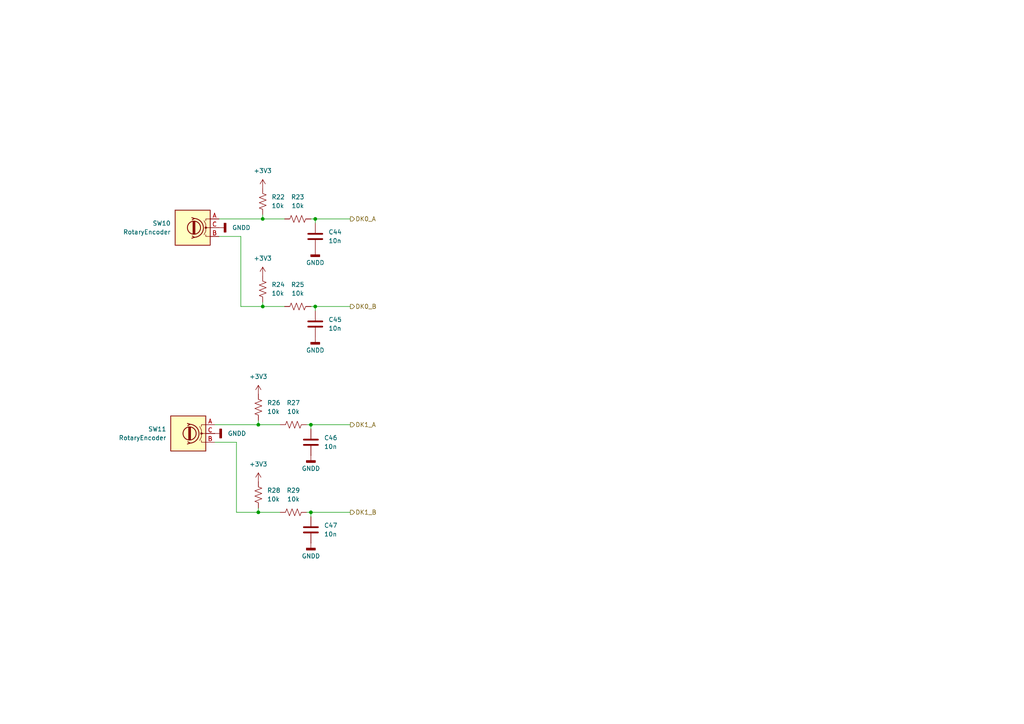
<source format=kicad_sch>
(kicad_sch (version 20231120) (generator "eeschema") (generator_version "8.0")
  (paper "A4")
  (lib_symbols
    (symbol "Device:C" (pin_numbers hide) (pin_names (offset 0.254))
      (property "Reference" "C" (at 0.635 2.54 0))
      (property "Value" "C" (at 0.635 -2.54 0))
      (symbol "C_0_1"
        (polyline (pts (xy -2.032 -0.762) (xy 2.032 -0.762)) (stroke (width 0.508)))
        (polyline (pts (xy -2.032 0.762) (xy 2.032 0.762)) (stroke (width 0.508)))
      )
      (symbol "C_1_1"
        (pin passive line (at 0 3.81 270) (length 2.794) (name "~") (number "1"))
        (pin passive line (at 0 -3.81 90) (length 2.794) (name "~") (number "2"))
      )
    )
    (symbol "Device:R_US" (pin_numbers hide) (pin_names (offset 0))
      (property "Reference" "R" (at 2.54 0 90))
      (property "Value" "R_US" (at -2.54 0 90))
      (symbol "R_US_0_1"
        (polyline (pts (xy 0 -2.286) (xy 0 -2.54)))
        (polyline (pts (xy 0 2.286) (xy 0 2.54)))
        (polyline (pts (xy 0 -0.762) (xy 1.016 -1.143) (xy 0 -1.524) (xy -1.016 -1.905) (xy 0 -2.286)))
        (polyline (pts (xy 0 0.762) (xy 1.016 0.381) (xy 0 0) (xy -1.016 -0.381) (xy 0 -0.762)))
        (polyline (pts (xy 0 2.286) (xy 1.016 1.905) (xy 0 1.524) (xy -1.016 1.143) (xy 0 0.762)))
      )
      (symbol "R_US_1_1"
        (pin passive line (at 0 3.81 270) (length 1.27) (name "~") (number "1"))
        (pin passive line (at 0 -3.81 90) (length 1.27) (name "~") (number "2"))
      )
    )
    (symbol "Device:RotaryEncoder" (pin_names (offset 0.254) hide)
      (property "Reference" "SW" (at 0 6.604 0))
      (property "Value" "RotaryEncoder" (at 0 -6.604 0))
      (symbol "RotaryEncoder_0_1"
        (rectangle (start -5.08 5.08) (end 5.08 -5.08) (stroke (width 0.254)) (fill (type background)))
        (circle (center -3.81 0) (radius 0.254) (fill (type outline)))
        (circle (center -0.381 0) (radius 1.905) (stroke (width 0.254)))
        (arc (start -0.381 2.667) (mid -3.0988 -0.0635) (end -0.381 -2.794) (stroke (width 0.254)))
        (polyline (pts (xy -0.635 -1.778) (xy -0.635 1.778)) (stroke (width 0.254)))
        (polyline (pts (xy -0.381 -1.778) (xy -0.381 1.778)) (stroke (width 0.254)))
        (polyline (pts (xy -0.127 1.778) (xy -0.127 -1.778)) (stroke (width 0.254)))
        (polyline (pts (xy -5.08 -2.54) (xy -3.81 -2.54) (xy -3.81 -2.032)))
        (polyline (pts (xy -5.08 2.54) (xy -3.81 2.54) (xy -3.81 2.032)))
        (polyline (pts (xy 0.254 -3.048) (xy -0.508 -2.794) (xy 0.127 -2.413)) (stroke (width 0.254)))
        (polyline (pts (xy 0.254 2.921) (xy -0.508 2.667) (xy 0.127 2.286)) (stroke (width 0.254)))
        (polyline (pts (xy -5.08 0) (xy -3.81 0) (xy -3.81 -1.016) (xy -3.302 -2.032)))
        (polyline (pts (xy -4.318 0) (xy -3.81 0) (xy -3.81 1.016) (xy -3.302 2.032)))
      )
      (symbol "RotaryEncoder_1_1"
        (pin passive line (at -7.62 2.54 0) (length 2.54) (name "A") (number "A"))
        (pin passive line (at -7.62 -2.54 0) (length 2.54) (name "B") (number "B"))
        (pin passive line (at -7.62 0 0) (length 2.54) (name "C") (number "C"))
      )
    )
    (symbol "power:+3V3" (power) (pin_names (offset 0))
      (property "Value" "+3V3" (at 0 3.556 0))
      (symbol "+3V3_0_1"
        (polyline (pts (xy -0.762 1.27) (xy 0 2.54)))
        (polyline (pts (xy 0 0) (xy 0 2.54)))
        (polyline (pts (xy 0 2.54) (xy 0.762 1.27)))
      )
      (symbol "+3V3_1_1"
        (pin power_in line (at 0 0 90) (length 0) hide (name "+3V3") (number "1"))
      )
    )
    (symbol "power:GNDD" (power) (pin_numbers hide) (pin_names (offset 0) hide)
      (property "Value" "GNDD" (at 0 -3.175 0))
      (symbol "GNDD_0_1"
        (rectangle (start -1.27 -1.524) (end 1.27 -2.032) (stroke (width 0.254)) (fill (type outline)))
        (polyline (pts (xy 0 0) (xy 0 -1.524)))
      )
      (symbol "GNDD_1_1"
        (pin power_in line (at 0 0 270) (length 0) (name "~") (number "1"))
      )
    )
  )
  (junction (at 91.44 63.5))
  (junction (at 91.44 88.9))
  (junction (at 90.17 148.59))
  (junction (at 74.93 123.19))
  (junction (at 74.93 148.59))
  (junction (at 76.2 63.5))
  (junction (at 76.2 88.9))
  (junction (at 90.17 123.19))
  (wire (pts (xy 62.23 128.27) (xy 68.58 128.27)))
  (wire (pts (xy 90.17 63.5) (xy 91.44 63.5)))
  (wire (pts (xy 91.44 63.5) (xy 101.6 63.5)))
  (wire (pts (xy 74.93 148.59) (xy 81.28 148.59)))
  (wire (pts (xy 74.93 123.19) (xy 81.28 123.19)))
  (wire (pts (xy 90.17 148.59) (xy 101.6 148.59)))
  (wire (pts (xy 76.2 87.63) (xy 76.2 88.9)))
  (wire (pts (xy 69.85 68.58) (xy 69.85 88.9)))
  (wire (pts (xy 90.17 123.19) (xy 101.6 123.19)))
  (wire (pts (xy 63.5 68.58) (xy 69.85 68.58)))
  (wire (pts (xy 76.2 62.23) (xy 76.2 63.5)))
  (wire (pts (xy 68.58 148.59) (xy 74.93 148.59)))
  (wire (pts (xy 76.2 88.9) (xy 82.55 88.9)))
  (wire (pts (xy 69.85 88.9) (xy 76.2 88.9)))
  (wire (pts (xy 91.44 88.9) (xy 91.44 90.17)))
  (wire (pts (xy 90.17 88.9) (xy 91.44 88.9)))
  (wire (pts (xy 90.17 148.59) (xy 90.17 149.86)))
  (wire (pts (xy 76.2 63.5) (xy 82.55 63.5)))
  (wire (pts (xy 91.44 63.5) (xy 91.44 64.77)))
  (wire (pts (xy 88.9 123.19) (xy 90.17 123.19)))
  (wire (pts (xy 68.58 128.27) (xy 68.58 148.59)))
  (wire (pts (xy 90.17 123.19) (xy 90.17 124.46)))
  (wire (pts (xy 63.5 63.5) (xy 76.2 63.5)))
  (wire (pts (xy 88.9 148.59) (xy 90.17 148.59)))
  (wire (pts (xy 74.93 121.92) (xy 74.93 123.19)))
  (wire (pts (xy 74.93 147.32) (xy 74.93 148.59)))
  (wire (pts (xy 91.44 88.9) (xy 101.6 88.9)))
  (wire (pts (xy 62.23 123.19) (xy 74.93 123.19)))
  (hierarchical_label "DK0_B" (shape output) (at 101.6 88.9 0))
  (hierarchical_label "DK0_A" (shape output) (at 101.6 63.5 0))
  (hierarchical_label "DK1_A" (shape output) (at 101.6 123.19 0))
  (hierarchical_label "DK1_B" (shape output) (at 101.6 148.59 0))
  (symbol (lib_id "Device:R_US") (at 86.36 63.5 270) (unit 1)
    (property "Reference" "R23" (at 86.36 57.15 90))
    (property "Value" "10k" (at 86.36 59.69 90))
    (property "Footprint" "Resistor_SMD:R_0603_1608Metric" (effects (hide yes)))
    (property "Description" "Resistor, US symbol" (effects (hide yes)))
  )
  (symbol (lib_id "Device:C") (at 90.17 128.27 0) (unit 1)
    (property "Reference" "C46" (at 93.98 126.9999 0) (effects (justify left)))
    (property "Value" "10n" (at 93.98 129.5399 0) (effects (justify left)))
    (property "Footprint" "Capacitor_SMD:C_0603_1608Metric" (effects (hide yes)))
    (property "Description" "Unpolarized capacitor" (effects (hide yes)))
  )
  (symbol (lib_id "power:+3V3") (at 76.2 54.61 0) (unit 1)
    (property "Reference" "#PWR081" (effects (hide yes)))
    (property "Value" "+3V3" (at 76.2 49.53 0))
  )
  (symbol (lib_id "Device:C") (at 91.44 93.98 0) (unit 1)
    (property "Reference" "C45" (at 95.25 92.7099 0) (effects (justify left)))
    (property "Value" "10n" (at 95.25 95.2499 0) (effects (justify left)))
    (property "Footprint" "Capacitor_SMD:C_0603_1608Metric" (effects (hide yes)))
    (property "Description" "Unpolarized capacitor" (effects (hide yes)))
  )
  (symbol (lib_id "Device:R_US") (at 86.36 88.9 270) (unit 1)
    (property "Reference" "R25" (at 86.36 82.55 90))
    (property "Value" "10k" (at 86.36 85.09 90))
    (property "Footprint" "Resistor_SMD:R_0603_1608Metric" (effects (hide yes)))
    (property "Description" "Resistor, US symbol" (effects (hide yes)))
  )
  (symbol (lib_id "Device:R_US") (at 85.09 123.19 270) (unit 1)
    (property "Reference" "R27" (at 85.09 116.84 90))
    (property "Value" "10k" (at 85.09 119.38 90))
    (property "Footprint" "Resistor_SMD:R_0603_1608Metric" (effects (hide yes)))
    (property "Description" "Resistor, US symbol" (effects (hide yes)))
  )
  (symbol (lib_id "Device:R_US") (at 85.09 148.59 270) (unit 1)
    (property "Reference" "R29" (at 85.09 142.24 90))
    (property "Value" "10k" (at 85.09 144.78 90))
    (property "Footprint" "Resistor_SMD:R_0603_1608Metric" (effects (hide yes)))
    (property "Description" "Resistor, US symbol" (effects (hide yes)))
  )
  (symbol (lib_id "Device:RotaryEncoder") (at 54.61 125.73 0) (mirror y) (unit 1)
    (property "Reference" "SW11" (at 48.26 124.4599 0) (effects (justify left)))
    (property "Value" "RotaryEncoder" (at 48.26 126.9999 0) (effects (justify left)))
    (property "Footprint" "Rotary_Encoder:RotaryEncoder_Bourns_Horizontal_PEC09-2xxxF-Nxxxx" (effects (hide yes)))
    (property "Description" "Rotary encoder, dual channel, incremental quadrate outputs" (effects (hide yes)))
  )
  (symbol (lib_id "Device:RotaryEncoder") (at 55.88 66.04 0) (mirror y) (unit 1)
    (property "Reference" "SW10" (at 49.53 64.7699 0) (effects (justify left)))
    (property "Value" "RotaryEncoder" (at 49.53 67.3099 0) (effects (justify left)))
    (property "Footprint" "Rotary_Encoder:RotaryEncoder_Bourns_Horizontal_PEC09-2xxxF-Nxxxx" (effects (hide yes)))
    (property "Description" "Rotary encoder, dual channel, incremental quadrate outputs" (effects (hide yes)))
  )
  (symbol (lib_id "power:+3V3") (at 74.93 114.3 0) (unit 1)
    (property "Reference" "#PWR097" (effects (hide yes)))
    (property "Value" "+3V3" (at 74.93 109.22 0))
  )
  (symbol (lib_id "power:GNDD") (at 91.44 72.39 0) (unit 1)
    (property "Reference" "#PWR083" (effects (hide yes)))
    (property "Value" "GNDD" (at 91.44 76.2 0))
    (property "Description" "Power symbol creates a global label with name \"GNDD\" , digital ground" (effects (hide yes)))
  )
  (symbol (lib_id "Device:C") (at 91.44 68.58 0) (unit 1)
    (property "Reference" "C44" (at 95.25 67.3099 0) (effects (justify left)))
    (property "Value" "10n" (at 95.25 69.8499 0) (effects (justify left)))
    (property "Footprint" "Capacitor_SMD:C_0603_1608Metric" (effects (hide yes)))
    (property "Description" "Unpolarized capacitor" (effects (hide yes)))
  )
  (symbol (lib_id "power:GNDD") (at 62.23 125.73 90) (mirror x) (unit 1)
    (property "Reference" "#PWR098" (effects (hide yes)))
    (property "Value" "GNDD" (at 66.04 125.7299 90) (effects (justify right)))
    (property "Description" "Power symbol creates a global label with name \"GNDD\" , digital ground" (effects (hide yes)))
  )
  (symbol (lib_id "Device:R_US") (at 76.2 58.42 180) (unit 1)
    (property "Reference" "R22" (at 78.74 57.1499 0) (effects (justify right)))
    (property "Value" "10k" (at 78.74 59.6899 0) (effects (justify right)))
    (property "Footprint" "Resistor_SMD:R_0603_1608Metric" (effects (hide yes)))
    (property "Description" "Resistor, US symbol" (effects (hide yes)))
  )
  (symbol (lib_id "power:GNDD") (at 63.5 66.04 90) (mirror x) (unit 1)
    (property "Reference" "#PWR080" (effects (hide yes)))
    (property "Value" "GNDD" (at 67.31 66.0399 90) (effects (justify right)))
    (property "Description" "Power symbol creates a global label with name \"GNDD\" , digital ground" (effects (hide yes)))
  )
  (symbol (lib_id "Device:R_US") (at 74.93 143.51 180) (unit 1)
    (property "Reference" "R28" (at 77.47 142.2399 0) (effects (justify right)))
    (property "Value" "10k" (at 77.47 144.7799 0) (effects (justify right)))
    (property "Footprint" "Resistor_SMD:R_0603_1608Metric" (effects (hide yes)))
    (property "Description" "Resistor, US symbol" (effects (hide yes)))
  )
  (symbol (lib_id "power:GNDD") (at 90.17 157.48 0) (unit 1)
    (property "Reference" "#PWR0101" (effects (hide yes)))
    (property "Value" "GNDD" (at 90.17 161.29 0))
    (property "Description" "Power symbol creates a global label with name \"GNDD\" , digital ground" (effects (hide yes)))
  )
  (symbol (lib_id "Device:C") (at 90.17 153.67 0) (unit 1)
    (property "Reference" "C47" (at 93.98 152.3999 0) (effects (justify left)))
    (property "Value" "10n" (at 93.98 154.9399 0) (effects (justify left)))
    (property "Footprint" "Capacitor_SMD:C_0603_1608Metric" (effects (hide yes)))
    (property "Description" "Unpolarized capacitor" (effects (hide yes)))
  )
  (symbol (lib_id "Device:R_US") (at 74.93 118.11 180) (unit 1)
    (property "Reference" "R26" (at 77.47 116.8399 0) (effects (justify right)))
    (property "Value" "10k" (at 77.47 119.3799 0) (effects (justify right)))
    (property "Footprint" "Resistor_SMD:R_0603_1608Metric" (effects (hide yes)))
    (property "Description" "Resistor, US symbol" (effects (hide yes)))
  )
  (symbol (lib_id "power:GNDD") (at 90.17 132.08 0) (unit 1)
    (property "Reference" "#PWR099" (effects (hide yes)))
    (property "Value" "GNDD" (at 90.17 135.89 0))
    (property "Description" "Power symbol creates a global label with name \"GNDD\" , digital ground" (effects (hide yes)))
  )
  (symbol (lib_id "Device:R_US") (at 76.2 83.82 180) (unit 1)
    (property "Reference" "R24" (at 78.74 82.5499 0) (effects (justify right)))
    (property "Value" "10k" (at 78.74 85.0899 0) (effects (justify right)))
    (property "Footprint" "Resistor_SMD:R_0603_1608Metric" (effects (hide yes)))
    (property "Description" "Resistor, US symbol" (effects (hide yes)))
  )
  (symbol (lib_id "power:+3V3") (at 74.93 139.7 0) (unit 1)
    (property "Reference" "#PWR0100" (effects (hide yes)))
    (property "Value" "+3V3" (at 74.93 134.62 0))
  )
  (symbol (lib_id "power:+3V3") (at 76.2 80.01 0) (unit 1)
    (property "Reference" "#PWR082" (effects (hide yes)))
    (property "Value" "+3V3" (at 76.2 74.93 0))
  )
  (symbol (lib_id "power:GNDD") (at 91.44 97.79 0) (unit 1)
    (property "Reference" "#PWR096" (effects (hide yes)))
    (property "Value" "GNDD" (at 91.44 101.6 0))
    (property "Description" "Power symbol creates a global label with name \"GNDD\" , digital ground" (effects (hide yes)))
  )
)
</source>
